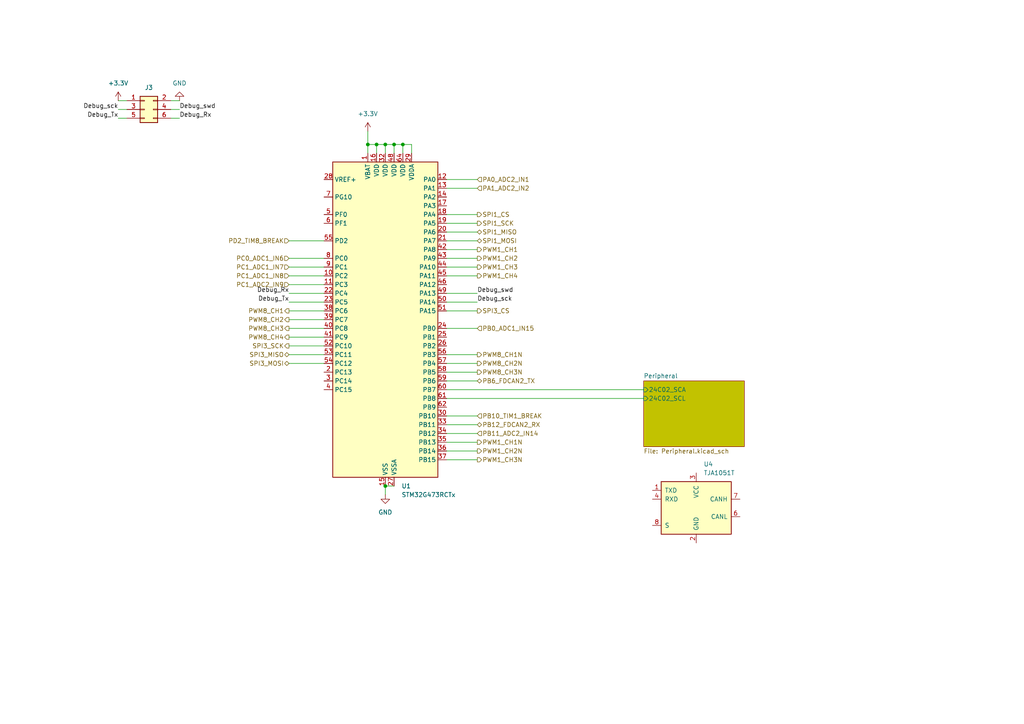
<source format=kicad_sch>
(kicad_sch (version 20250114) (generator "eeschema") (generator_version "9.0")
  (paper "A4")
  (lib_symbols
    (symbol "Connector_Generic:Conn_02x03_Odd_Even" (pin_names (offset 1.016) (hide yes))
      (property "Reference" "J" (at 1.27 5.08 0))
      (property "Value" "Conn_02x03_Odd_Even" (at 1.27 -5.08 0))
      (symbol "Conn_02x03_Odd_Even_1_1"
        (rectangle (start -1.27 3.81) (end 3.81 -3.81) (stroke (width 0.254)) (fill (type background)))
        (rectangle (start -1.27 2.667) (end 0 2.413) (stroke (width 0.1524)))
        (rectangle (start -1.27 0.127) (end 0 -0.127) (stroke (width 0.1524)))
        (rectangle (start -1.27 -2.413) (end 0 -2.667) (stroke (width 0.1524)))
        (rectangle (start 3.81 2.667) (end 2.54 2.413) (stroke (width 0.1524)))
        (rectangle (start 3.81 0.127) (end 2.54 -0.127) (stroke (width 0.1524)))
        (rectangle (start 3.81 -2.413) (end 2.54 -2.667) (stroke (width 0.1524)))
        (pin passive line (at -5.08 2.54 0) (length 3.81) (name "Pin_1") (number "1"))
        (pin passive line (at -5.08 0 0) (length 3.81) (name "Pin_3") (number "3"))
        (pin passive line (at -5.08 -2.54 0) (length 3.81) (name "Pin_5") (number "5"))
        (pin passive line (at 7.62 2.54 180) (length 3.81) (name "Pin_2") (number "2"))
        (pin passive line (at 7.62 0 180) (length 3.81) (name "Pin_4") (number "4"))
        (pin passive line (at 7.62 -2.54 180) (length 3.81) (name "Pin_6") (number "6"))
      )
    )
    (symbol "Interface_CAN_LIN:TJA1051T" (pin_names (offset 1.016))
      (property "Reference" "U" (at -10.16 8.89 0))
      (property "Value" "TJA1051T" (at 1.27 8.89 0))
      (symbol "TJA1051T_0_1"
        (rectangle (start -10.16 7.62) (end 10.16 -7.62) (stroke (width 0.254)) (fill (type background)))
      )
      (symbol "TJA1051T_1_1"
        (pin input line (at -12.7 5.08 0) (length 2.54) (name "TXD") (number "1"))
        (pin output line (at -12.7 2.54 0) (length 2.54) (name "RXD") (number "4"))
        (pin input line (at -12.7 -5.08 0) (length 2.54) (name "S") (number "8"))
        (pin no_connect line (at -10.16 -2.54 0) (length 2.54) (hide yes) (name "NC") (number "5"))
        (pin power_in line (at 0 10.16 270) (length 2.54) (name "VCC") (number "3"))
        (pin power_in line (at 0 -10.16 90) (length 2.54) (name "GND") (number "2"))
        (pin bidirectional line (at 12.7 2.54 180) (length 2.54) (name "CANH") (number "7"))
        (pin bidirectional line (at 12.7 -2.54 180) (length 2.54) (name "CANL") (number "6"))
      )
    )
    (symbol "MCU_ST_STM32G4:STM32G473RCTx"
      (property "Reference" "U" (at -15.24 46.99 0))
      (property "Value" "STM32G473RCTx" (at 10.16 46.99 0))
      (symbol "STM32G473RCTx_0_1"
        (rectangle (start -15.24 -45.72) (end 15.24 45.72) (stroke (width 0.254)) (fill (type background)))
      )
      (symbol "STM32G473RCTx_1_1"
        (pin input line (at -17.78 40.64 0) (length 2.54) (name "VREF+") (number "28"))
        (pin bidirectional line (at -17.78 35.56 0) (length 2.54) (name "PG10") (number "7"))
        (pin bidirectional line (at -17.78 30.48 0) (length 2.54) (name "PF0") (number "5"))
        (pin bidirectional line (at -17.78 27.94 0) (length 2.54) (name "PF1") (number "6"))
        (pin bidirectional line (at -17.78 22.86 0) (length 2.54) (name "PD2") (number "55"))
        (pin bidirectional line (at -17.78 17.78 0) (length 2.54) (name "PC0") (number "8"))
        (pin bidirectional line (at -17.78 15.24 0) (length 2.54) (name "PC1") (number "9"))
        (pin bidirectional line (at -17.78 12.7 0) (length 2.54) (name "PC2") (number "10"))
        (pin bidirectional line (at -17.78 10.16 0) (length 2.54) (name "PC3") (number "11"))
        (pin bidirectional line (at -17.78 7.62 0) (length 2.54) (name "PC4") (number "22"))
        (pin bidirectional line (at -17.78 5.08 0) (length 2.54) (name "PC5") (number "23"))
        (pin bidirectional line (at -17.78 2.54 0) (length 2.54) (name "PC6") (number "38"))
        (pin bidirectional line (at -17.78 0 0) (length 2.54) (name "PC7") (number "39"))
        (pin bidirectional line (at -17.78 -2.54 0) (length 2.54) (name "PC8") (number "40"))
        (pin bidirectional line (at -17.78 -5.08 0) (length 2.54) (name "PC9") (number "41"))
        (pin bidirectional line (at -17.78 -7.62 0) (length 2.54) (name "PC10") (number "52"))
        (pin bidirectional line (at -17.78 -10.16 0) (length 2.54) (name "PC11") (number "53"))
        (pin bidirectional line (at -17.78 -12.7 0) (length 2.54) (name "PC12") (number "54"))
        (pin bidirectional line (at -17.78 -15.24 0) (length 2.54) (name "PC13") (number "2"))
        (pin bidirectional line (at -17.78 -17.78 0) (length 2.54) (name "PC14") (number "3"))
        (pin bidirectional line (at -17.78 -20.32 0) (length 2.54) (name "PC15") (number "4"))
        (pin power_in line (at -5.08 48.26 270) (length 2.54) (name "VBAT") (number "1"))
        (pin power_in line (at -2.54 48.26 270) (length 2.54) (name "VDD") (number "16"))
        (pin power_in line (at 0 48.26 270) (length 2.54) (name "VDD") (number "32"))
        (pin power_in line (at 0 -48.26 90) (length 2.54) (name "VSS") (number "15"))
        (pin passive line (at 0 -48.26 90) (length 2.54) (hide yes) (name "VSS") (number "31"))
        (pin passive line (at 0 -48.26 90) (length 2.54) (hide yes) (name "VSS") (number "47"))
        (pin passive line (at 0 -48.26 90) (length 2.54) (hide yes) (name "VSS") (number "63"))
        (pin power_in line (at 2.54 48.26 270) (length 2.54) (name "VDD") (number "48"))
        (pin power_in line (at 2.54 -48.26 90) (length 2.54) (name "VSSA") (number "27"))
        (pin power_in line (at 5.08 48.26 270) (length 2.54) (name "VDD") (number "64"))
        (pin power_in line (at 7.62 48.26 270) (length 2.54) (name "VDDA") (number "29"))
        (pin bidirectional line (at 17.78 40.64 180) (length 2.54) (name "PA0") (number "12"))
        (pin bidirectional line (at 17.78 38.1 180) (length 2.54) (name "PA1") (number "13"))
        (pin bidirectional line (at 17.78 35.56 180) (length 2.54) (name "PA2") (number "14"))
        (pin bidirectional line (at 17.78 33.02 180) (length 2.54) (name "PA3") (number "17"))
        (pin bidirectional line (at 17.78 30.48 180) (length 2.54) (name "PA4") (number "18"))
        (pin bidirectional line (at 17.78 27.94 180) (length 2.54) (name "PA5") (number "19"))
        (pin bidirectional line (at 17.78 25.4 180) (length 2.54) (name "PA6") (number "20"))
        (pin bidirectional line (at 17.78 22.86 180) (length 2.54) (name "PA7") (number "21"))
        (pin bidirectional line (at 17.78 20.32 180) (length 2.54) (name "PA8") (number "42"))
        (pin bidirectional line (at 17.78 17.78 180) (length 2.54) (name "PA9") (number "43"))
        (pin bidirectional line (at 17.78 15.24 180) (length 2.54) (name "PA10") (number "44"))
        (pin bidirectional line (at 17.78 12.7 180) (length 2.54) (name "PA11") (number "45"))
        (pin bidirectional line (at 17.78 10.16 180) (length 2.54) (name "PA12") (number "46"))
        (pin bidirectional line (at 17.78 7.62 180) (length 2.54) (name "PA13") (number "49"))
        (pin bidirectional line (at 17.78 5.08 180) (length 2.54) (name "PA14") (number "50"))
        (pin bidirectional line (at 17.78 2.54 180) (length 2.54) (name "PA15") (number "51"))
        (pin bidirectional line (at 17.78 -2.54 180) (length 2.54) (name "PB0") (number "24"))
        (pin bidirectional line (at 17.78 -5.08 180) (length 2.54) (name "PB1") (number "25"))
        (pin bidirectional line (at 17.78 -7.62 180) (length 2.54) (name "PB2") (number "26"))
        (pin bidirectional line (at 17.78 -10.16 180) (length 2.54) (name "PB3") (number "56"))
        (pin bidirectional line (at 17.78 -12.7 180) (length 2.54) (name "PB4") (number "57"))
        (pin bidirectional line (at 17.78 -15.24 180) (length 2.54) (name "PB5") (number "58"))
        (pin bidirectional line (at 17.78 -17.78 180) (length 2.54) (name "PB6") (number "59"))
        (pin bidirectional line (at 17.78 -20.32 180) (length 2.54) (name "PB7") (number "60"))
        (pin bidirectional line (at 17.78 -22.86 180) (length 2.54) (name "PB8") (number "61"))
        (pin bidirectional line (at 17.78 -25.4 180) (length 2.54) (name "PB9") (number "62"))
        (pin bidirectional line (at 17.78 -27.94 180) (length 2.54) (name "PB10") (number "30"))
        (pin bidirectional line (at 17.78 -30.48 180) (length 2.54) (name "PB11") (number "33"))
        (pin bidirectional line (at 17.78 -33.02 180) (length 2.54) (name "PB12") (number "34"))
        (pin bidirectional line (at 17.78 -35.56 180) (length 2.54) (name "PB13") (number "35"))
        (pin bidirectional line (at 17.78 -38.1 180) (length 2.54) (name "PB14") (number "36"))
        (pin bidirectional line (at 17.78 -40.64 180) (length 2.54) (name "PB15") (number "37"))
      )
    )
    (symbol "power:+3.3V" (power) (pin_numbers (hide yes)) (pin_names (offset 0) (hide yes))
      (property "Value" "+3.3V" (at 0 3.556 0))
      (symbol "+3.3V_0_1"
        (polyline (pts (xy -0.762 1.27) (xy 0 2.54)))
        (polyline (pts (xy 0 2.54) (xy 0.762 1.27)))
        (polyline (pts (xy 0 0) (xy 0 2.54)))
      )
      (symbol "+3.3V_1_1"
        (pin power_in line (at 0 0 90) (length 0) (name "~") (number "1"))
      )
    )
    (symbol "power:GND" (power) (pin_numbers (hide yes)) (pin_names (offset 0) (hide yes))
      (property "Value" "GND" (at 0 -3.81 0))
      (symbol "GND_0_1"
        (polyline (pts (xy 0 0) (xy 0 -1.27) (xy 1.27 -1.27) (xy 0 -2.54) (xy -1.27 -1.27) (xy 0 -1.27)))
      )
      (symbol "GND_1_1"
        (pin power_in line (at 0 0 270) (length 0) (name "~") (number "1"))
      )
    )
  )
  (junction (at 106.68 41.91))
  (junction (at 111.76 140.97))
  (junction (at 109.22 41.91))
  (junction (at 114.3 41.91))
  (junction (at 116.84 41.91))
  (junction (at 111.76 41.91))
  (wire (pts (xy 34.29 34.29) (xy 36.83 34.29)))
  (wire (pts (xy 83.82 82.55) (xy 93.98 82.55)))
  (wire (pts (xy 129.54 80.01) (xy 138.43 80.01)))
  (wire (pts (xy 129.54 110.49) (xy 138.43 110.49)))
  (wire (pts (xy 129.54 120.65) (xy 138.43 120.65)))
  (wire (pts (xy 114.3 41.91) (xy 114.3 44.45)))
  (wire (pts (xy 116.84 41.91) (xy 119.38 41.91)))
  (wire (pts (xy 83.82 85.09) (xy 93.98 85.09)))
  (wire (pts (xy 129.54 123.19) (xy 138.43 123.19)))
  (wire (pts (xy 129.54 113.03) (xy 186.69 113.03)))
  (wire (pts (xy 129.54 105.41) (xy 138.43 105.41)))
  (wire (pts (xy 129.54 128.27) (xy 138.43 128.27)))
  (wire (pts (xy 129.54 115.57) (xy 186.69 115.57)))
  (wire (pts (xy 34.29 31.75) (xy 36.83 31.75)))
  (wire (pts (xy 83.82 69.85) (xy 93.98 69.85)))
  (wire (pts (xy 83.82 92.71) (xy 93.98 92.71)))
  (wire (pts (xy 129.54 72.39) (xy 138.43 72.39)))
  (wire (pts (xy 129.54 62.23) (xy 138.43 62.23)))
  (wire (pts (xy 34.29 29.21) (xy 36.83 29.21)))
  (wire (pts (xy 83.82 77.47) (xy 93.98 77.47)))
  (wire (pts (xy 106.68 38.1) (xy 106.68 41.91)))
  (wire (pts (xy 83.82 95.25) (xy 93.98 95.25)))
  (wire (pts (xy 129.54 102.87) (xy 138.43 102.87)))
  (wire (pts (xy 129.54 77.47) (xy 138.43 77.47)))
  (wire (pts (xy 106.68 41.91) (xy 106.68 44.45)))
  (wire (pts (xy 49.53 29.21) (xy 52.07 29.21)))
  (wire (pts (xy 114.3 41.91) (xy 116.84 41.91)))
  (wire (pts (xy 83.82 90.17) (xy 93.98 90.17)))
  (wire (pts (xy 83.82 100.33) (xy 93.98 100.33)))
  (wire (pts (xy 129.54 64.77) (xy 138.43 64.77)))
  (wire (pts (xy 83.82 80.01) (xy 93.98 80.01)))
  (wire (pts (xy 116.84 41.91) (xy 116.84 44.45)))
  (wire (pts (xy 106.68 41.91) (xy 109.22 41.91)))
  (wire (pts (xy 109.22 41.91) (xy 111.76 41.91)))
  (wire (pts (xy 111.76 41.91) (xy 114.3 41.91)))
  (wire (pts (xy 129.54 107.95) (xy 138.43 107.95)))
  (wire (pts (xy 129.54 74.93) (xy 138.43 74.93)))
  (wire (pts (xy 129.54 87.63) (xy 138.43 87.63)))
  (wire (pts (xy 129.54 133.35) (xy 138.43 133.35)))
  (wire (pts (xy 83.82 105.41) (xy 93.98 105.41)))
  (wire (pts (xy 129.54 52.07) (xy 138.43 52.07)))
  (wire (pts (xy 83.82 97.79) (xy 93.98 97.79)))
  (wire (pts (xy 83.82 102.87) (xy 93.98 102.87)))
  (wire (pts (xy 83.82 87.63) (xy 93.98 87.63)))
  (wire (pts (xy 129.54 90.17) (xy 138.43 90.17)))
  (wire (pts (xy 129.54 130.81) (xy 138.43 130.81)))
  (wire (pts (xy 111.76 140.97) (xy 111.76 143.51)))
  (wire (pts (xy 109.22 41.91) (xy 109.22 44.45)))
  (wire (pts (xy 49.53 31.75) (xy 52.07 31.75)))
  (wire (pts (xy 129.54 69.85) (xy 138.43 69.85)))
  (wire (pts (xy 129.54 67.31) (xy 138.43 67.31)))
  (wire (pts (xy 129.54 85.09) (xy 138.43 85.09)))
  (wire (pts (xy 119.38 41.91) (xy 119.38 44.45)))
  (wire (pts (xy 129.54 54.61) (xy 138.43 54.61)))
  (wire (pts (xy 111.76 140.97) (xy 114.3 140.97)))
  (wire (pts (xy 49.53 34.29) (xy 52.07 34.29)))
  (wire (pts (xy 129.54 95.25) (xy 138.43 95.25)))
  (wire (pts (xy 129.54 125.73) (xy 138.43 125.73)))
  (wire (pts (xy 83.82 74.93) (xy 93.98 74.93)))
  (wire (pts (xy 111.76 41.91) (xy 111.76 44.45)))
  (label "Debug_Tx" (at 34.29 34.29 180))
  (label "Debug_sck" (at 138.43 87.63 0))
  (label "Debug_sck" (at 34.29 31.75 180))
  (label "Debug_Tx" (at 83.82 87.63 180))
  (label "Debug_swd" (at 138.43 85.09 0))
  (label "Debug_Rx" (at 83.82 85.09 180))
  (label "Debug_swd" (at 52.07 31.75 0))
  (label "Debug_Rx" (at 52.07 34.29 0))
  (hierarchical_label "PWM1_CH2N" (shape output) (at 138.43 130.81 0))
  (hierarchical_label "SPI1_MISO" (shape bidirectional) (at 138.43 67.31 0))
  (hierarchical_label "SPI3_MISO" (shape bidirectional) (at 83.82 102.87 180))
  (hierarchical_label "PWM8_CH2N" (shape output) (at 138.43 105.41 0))
  (hierarchical_label "SPI1_CS" (shape output) (at 138.43 62.23 0))
  (hierarchical_label "PWM8_CH4" (shape output) (at 83.82 97.79 180))
  (hierarchical_label "PD2_TIM8_BREAK" (shape input) (at 83.82 69.85 180))
  (hierarchical_label "PB12_FDCAN2_RX" (shape bidirectional) (at 138.43 123.19 0))
  (hierarchical_label "PWM1_CH3N" (shape output) (at 138.43 133.35 0))
  (hierarchical_label "PC1_ADC2_IN9" (shape input) (at 83.82 82.55 180))
  (hierarchical_label "PWM8_CH1" (shape output) (at 83.82 90.17 180))
  (hierarchical_label "PWM8_CH2" (shape output) (at 83.82 92.71 180))
  (hierarchical_label "SPI1_MOSI" (shape bidirectional) (at 138.43 69.85 0))
  (hierarchical_label "PA1_ADC2_IN2" (shape input) (at 138.43 54.61 0))
  (hierarchical_label "PB10_TIM1_BREAK" (shape input) (at 138.43 120.65 0))
  (hierarchical_label "PWM1_CH4" (shape output) (at 138.43 80.01 0))
  (hierarchical_label "SPI3_CS" (shape output) (at 138.43 90.17 0))
  (hierarchical_label "PWM8_CH3" (shape output) (at 83.82 95.25 180))
  (hierarchical_label "PC1_ADC1_IN7" (shape input) (at 83.82 77.47 180))
  (hierarchical_label "PC1_ADC1_IN8" (shape input) (at 83.82 80.01 180))
  (hierarchical_label "PWM1_CH1" (shape output) (at 138.43 72.39 0))
  (hierarchical_label "PB6_FDCAN2_TX" (shape bidirectional) (at 138.43 110.49 0))
  (hierarchical_label "PWM1_CH3" (shape output) (at 138.43 77.47 0))
  (hierarchical_label "PB0_ADC1_IN15" (shape input) (at 138.43 95.25 0))
  (hierarchical_label "PC0_ADC1_IN6" (shape input) (at 83.82 74.93 180))
  (hierarchical_label "PWM1_CH2" (shape output) (at 138.43 74.93 0))
  (hierarchical_label "PA0_ADC2_IN1" (shape input) (at 138.43 52.07 0))
  (hierarchical_label "SPI1_SCK" (shape output) (at 138.43 64.77 0))
  (hierarchical_label "PB11_ADC2_IN14" (shape input) (at 138.43 125.73 0))
  (hierarchical_label "PWM8_CH3N" (shape output) (at 138.43 107.95 0))
  (hierarchical_label "PWM1_CH1N" (shape output) (at 138.43 128.27 0))
  (hierarchical_label "SPI3_SCK" (shape output) (at 83.82 100.33 180))
  (hierarchical_label "PWM8_CH1N" (shape output) (at 138.43 102.87 0))
  (hierarchical_label "SPI3_MOSI" (shape bidirectional) (at 83.82 105.41 180))
  (symbol (lib_id "power:GND") (at 52.07 29.21 180) (unit 1)
    (property "Reference" "#PWR02" (effects (hide yes)))
    (property "Value" "GND" (at 52.07 24.13 0))
    (property "Description" "Power symbol creates a global label with name \"GND\" , ground" (effects (hide yes)))
  )
  (symbol (lib_id "power:GND") (at 111.76 143.51 0) (unit 1)
    (property "Reference" "#PWR08" (effects (hide yes)))
    (property "Value" "GND" (at 111.76 148.59 0))
    (property "Description" "Power symbol creates a global label with name \"GND\" , ground" (effects (hide yes)))
  )
  (symbol (lib_id "power:+3.3V") (at 34.29 29.21 0) (unit 1)
    (property "Reference" "#PWR01" (effects (hide yes)))
    (property "Value" "+3.3V" (at 34.29 24.13 0))
    (property "Description" "Power symbol creates a global label with name \"+3.3V\"" (effects (hide yes)))
  )
  (symbol (lib_id "Connector_Generic:Conn_02x03_Odd_Even") (at 41.91 31.75 0) (unit 1)
    (property "Reference" "J3" (at 43.18 25.4 0))
    (property "Value" "Conn_02x03_Odd_Even" (effects (hide yes)))
    (property "Description" "Generic connector, double row, 02x03, odd/even pin numbering scheme (row 1 odd numbers, row 2 even numbers), script generated (kicad-library-utils/schlib/autogen/connector/)" (effects (hide yes)))
  )
  (symbol (lib_id "Interface_CAN_LIN:TJA1051T") (at 201.93 147.32 0) (unit 1)
    (property "Reference" "U4" (at 204.0733 134.62 0) (effects (justify left)))
    (property "Value" "TJA1051T" (at 204.0733 137.16 0) (effects (justify left)))
    (property "Footprint" "Package_SO:SOIC-8_3.9x4.9mm_P1.27mm" (effects (hide yes)))
    (property "Datasheet" "http://www.nxp.com/docs/en/data-sheet/TJA1051.pdf" (effects (hide yes)))
    (property "Description" "High-Speed CAN Transceiver, silent mode, SOIC-8" (effects (hide yes)))
  )
  (symbol (lib_id "MCU_ST_STM32G4:STM32G473RCTx") (at 111.76 92.71 0) (unit 1)
    (property "Reference" "U1" (at 116.4433 140.97 0) (effects (justify left)))
    (property "Value" "STM32G473RCTx" (at 116.4433 143.51 0) (effects (justify left)))
    (property "Footprint" "Package_QFP:LQFP-64_10x10mm_P0.5mm" (effects (hide yes)))
    (property "Datasheet" "https://www.st.com/resource/en/datasheet/stm32g473rc.pdf" (effects (hide yes)))
    (property "Description" "STMicroelectronics Arm Cortex-M4 MCU, 256KB flash, 128KB RAM, 170 MHz, 1.71-3.6V, 52 GPIO, LQFP64" (effects (hide yes)))
  )
  (symbol (lib_id "power:+3.3V") (at 106.68 38.1 0) (unit 1)
    (property "Reference" "#PWR07" (effects (hide yes)))
    (property "Value" "+3.3V" (at 106.68 33.02 0))
    (property "Description" "Power symbol creates a global label with name \"+3.3V\"" (effects (hide yes)))
  )
  (sheet (at 186.69 110.49) (size 29.21 19.05) (stroke (width 0.1524)) (fill (color 194 194 0 1.0000))
    (property "Sheetname" "Peripheral" (at 186.69 109.7784 0) (effects (justify left bottom)))
    (property "Sheetfile" "Peripheral.kicad_sch" (at 186.69 130.1246 0) (effects (justify left top)))
    (pin "24C02_SCL" input (at 186.69 115.57 180))
    (pin "24C02_SCA" input (at 186.69 113.03 180))
  )
)
</source>
